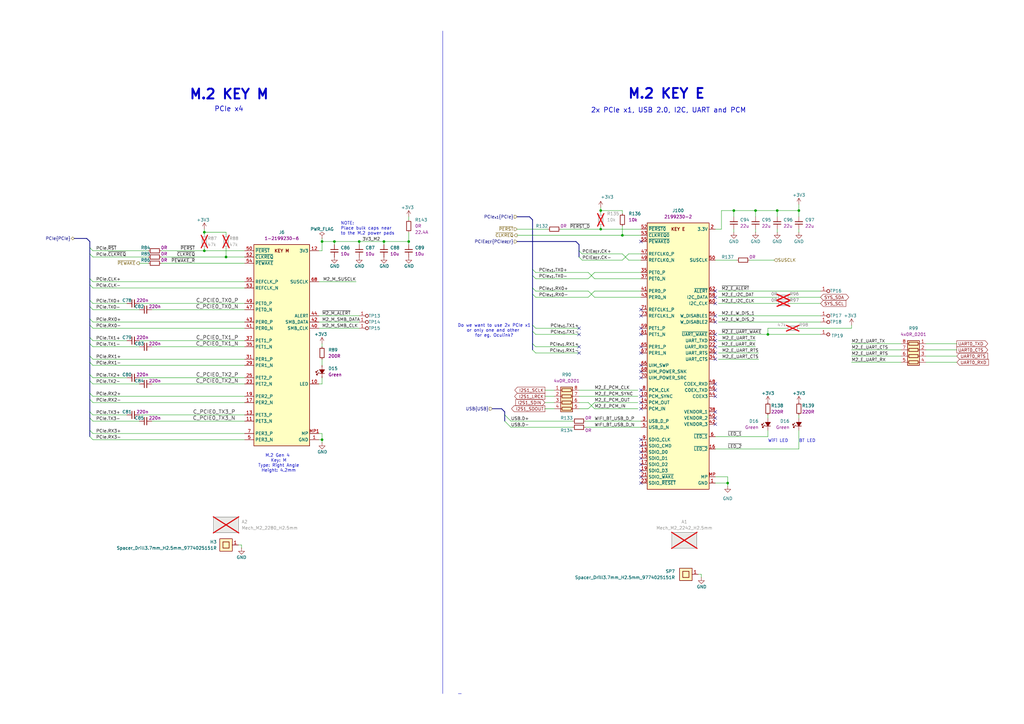
<source format=kicad_sch>
(kicad_sch (version 20250114) (generator "eeschema") (generator_version "9.0")
  (paper "A3")
  (title_block (title "Jetson Orin AGX Baseboard") (date "2025-08-11") (rev "1.0.0") (company "Antmicro Ltd") (comment 1 "www.antmicro.com"))
  (text "M.2 KEY M" (at 77.47 41.148 0) (effects (font (size 4 4) (thickness 0.8) (bold yes)) (justify left bottom)))
  (text "Do we want to use 2x PCIe x1\nor only one and other \nfor eg. Oculink?" (at 202.692 135.636 0) (effects (font (size 1.27 1.27))))
  (text "NOTE:\nPlace bulk caps near \nto the M.2 power pads" (at 139.7 96.52 0) (effects (font (size 1.27 1.27)) (justify left bottom)))
  (text "2x PCIe x1, USB 2.0, I2C, UART and PCM" (at 242.316 46.482 0) (effects (font (size 2 2) (thickness 0.25)) (justify left bottom)))
  (text "M.2 KEY E" (at 257.302 40.894 0) (effects (font (size 4 4) (thickness 0.8) (bold yes)) (justify left bottom)))
  (text "M.2 Gen 4 \nKey: M\nType: Right Angle\nHeight: 4.2mm" (at 114.3 189.992 0) (effects (font (size 1.27 1.27))))
  (text "WiFi LED" (at 314.96 181.61 0) (effects (font (size 1.27 1.27)) (justify left bottom)))
  (text "BT LED" (at 327.66 181.61 0) (effects (font (size 1.27 1.27)) (justify left bottom)))
  (text "PCIe x4" (at 87.884 45.974 0) (effects (font (size 2 2) (thickness 0.25)) (justify left bottom)))
  (junction (at 167.64 99.06))
  (junction (at 83.82 102.87))
  (junction (at 246.38 93.98))
  (junction (at 137.16 99.06))
  (junction (at 157.48 99.06))
  (junction (at 309.88 86.36))
  (junction (at 132.08 99.06))
  (junction (at 246.38 86.36))
  (junction (at 83.82 95.25))
  (junction (at 318.77 86.36))
  (junction (at 314.96 137.16))
  (junction (at 132.08 180.34))
  (junction (at 327.66 86.36))
  (junction (at 300.99 86.36))
  (junction (at 92.71 105.41))
  (junction (at 255.27 96.52))
  (junction (at 147.32 99.06))
  (junction (at 298.45 198.12))
  (no_connect (at 262.89 127))
  (no_connect (at 262.89 142.24))
  (no_connect (at 237.49 134.62))
  (no_connect (at 262.89 152.4))
  (no_connect (at 262.89 137.16))
  (no_connect (at 262.89 195.58))
  (no_connect (at 293.37 160.02))
  (no_connect (at 262.89 144.78))
  (no_connect (at 262.89 134.62))
  (no_connect (at 293.37 173.99))
  (no_connect (at 262.89 99.06))
  (no_connect (at 262.89 154.94))
  (no_connect (at 262.89 129.54))
  (no_connect (at 262.89 180.34))
  (no_connect (at 293.37 129.54))
  (no_connect (at 293.37 119.38))
  (no_connect (at 293.37 171.45))
  (no_connect (at 293.37 162.56))
  (no_connect (at 262.89 198.12))
  (no_connect (at 262.89 193.04))
  (no_connect (at 293.37 132.08))
  (no_connect (at 237.49 142.24))
  (no_connect (at 262.89 160.02))
  (no_connect (at 262.89 187.96))
  (no_connect (at 293.37 121.92))
  (no_connect (at 293.37 168.91))
  (no_connect (at 262.89 167.64))
  (no_connect (at 262.89 182.88))
  (no_connect (at 293.37 137.16))
  (no_connect (at 293.37 157.48))
  (no_connect (at 293.37 144.78))
  (no_connect (at 262.89 185.42))
  (no_connect (at 237.49 144.78))
  (no_connect (at 262.89 165.1))
  (no_connect (at 262.89 149.86))
  (no_connect (at 293.37 142.24))
  (no_connect (at 262.89 190.5))
  (no_connect (at 237.49 137.16))
  (no_connect (at 262.89 162.56))
  (no_connect (at 293.37 139.7))
  (no_connect (at 293.37 124.46))
  (no_connect (at 293.37 147.32))
  (bus_entry (at 36.83 140.97) (size 1.27 1.27))
  (bus_entry (at 36.83 163.83) (size 1.27 1.27))
  (bus_entry (at 36.83 148.59) (size 1.27 1.27))
  (bus_entry (at 36.83 161.29) (size 1.27 1.27))
  (bus_entry (at 36.83 153.67) (size 1.27 1.27))
  (bus_entry (at 218.44 120.65) (size 1.27 1.27))
  (bus_entry (at 36.83 116.84) (size 1.27 1.27))
  (bus_entry (at 36.83 114.3) (size 1.27 1.27))
  (bus_entry (at 218.44 113.03) (size 1.27 1.27))
  (bus_entry (at 36.83 146.05) (size 1.27 1.27))
  (bus_entry (at 218.44 110.49) (size 1.27 1.27))
  (bus_entry (at 36.83 171.45) (size 1.27 1.27))
  (bus_entry (at 36.83 179.07) (size 1.27 1.27))
  (bus_entry (at 36.83 133.35) (size 1.27 1.27))
  (bus_entry (at 238.76 104.14) (size -1.27 -1.27))
  (bus_entry (at 238.76 106.68) (size -1.27 -1.27))
  (bus_entry (at 36.83 130.81) (size 1.27 1.27))
  (bus_entry (at 36.83 104.14) (size 1.27 1.27))
  (bus_entry (at 36.83 123.19) (size 1.27 1.27))
  (bus_entry (at 219.71 144.78) (size -1.27 -1.27))
  (bus_entry (at 207.01 172.72) (size 2.54 2.54))
  (bus_entry (at 219.71 134.62) (size -1.27 -1.27))
  (bus_entry (at 36.83 176.53) (size 1.27 1.27))
  (bus_entry (at 219.71 142.24) (size -1.27 -1.27))
  (bus_entry (at 36.83 138.43) (size 1.27 1.27))
  (bus_entry (at 218.44 118.11) (size 1.27 1.27))
  (bus_entry (at 36.83 168.91) (size 1.27 1.27))
  (bus_entry (at 36.83 101.6) (size 1.27 1.27))
  (bus_entry (at 219.71 137.16) (size -1.27 -1.27))
  (bus_entry (at 36.83 125.73) (size 1.27 1.27))
  (bus_entry (at 207.01 170.18) (size 2.54 2.54))
  (bus_entry (at 36.83 156.21) (size 1.27 1.27))
  (wire (pts (xy 246.38 85.09) (xy 246.38 86.36)))
  (wire (pts (xy 130.81 180.34) (xy 132.08 180.34)))
  (bus (pts (xy 36.83 153.67) (xy 36.83 156.21)))
  (wire (pts (xy 323.85 124.46) (xy 336.55 124.46)))
  (wire (pts (xy 237.49 165.1) (xy 241.3 165.1)))
  (wire (pts (xy 327.66 83.82) (xy 327.66 86.36)))
  (wire (pts (xy 327.66 170.18) (xy 327.66 171.45)))
  (wire (pts (xy 237.49 137.16) (xy 219.71 137.16)))
  (bus (pts (xy 30.48 97.79) (xy 35.56 97.79)))
  (wire (pts (xy 223.52 160.02) (xy 227.33 160.02)))
  (bus (pts (xy 36.83 133.35) (xy 36.83 138.43)))
  (bus (pts (xy 36.83 163.83) (xy 36.83 168.91)))
  (wire (pts (xy 97.79 223.52) (xy 99.06 223.52)))
  (bus (pts (xy 36.83 116.84) (xy 36.83 123.19)))
  (wire (pts (xy 309.88 95.25) (xy 309.88 93.98)))
  (wire (pts (xy 241.3 165.1) (xy 243.84 167.64)))
  (wire (pts (xy 298.45 195.58) (xy 298.45 198.12)))
  (bus (pts (xy 218.44 110.49) (xy 218.44 113.03)))
  (bus (pts (xy 36.83 130.81) (xy 36.83 133.35)))
  (wire (pts (xy 130.81 102.87) (xy 132.08 102.87)))
  (bus (pts (xy 236.22 99.06) (xy 212.09 99.06)))
  (wire (pts (xy 229.87 93.98) (xy 246.38 93.98)))
  (bus (pts (xy 36.83 148.59) (xy 36.83 153.67)))
  (wire (pts (xy 243.84 114.3) (xy 262.89 114.3)))
  (wire (pts (xy 130.81 129.54) (xy 147.32 129.54)))
  (wire (pts (xy 38.1 132.08) (xy 100.33 132.08)))
  (bus (pts (xy 237.49 102.87) (xy 237.49 100.33)))
  (wire (pts (xy 38.1 115.57) (xy 100.33 115.57)))
  (wire (pts (xy 132.08 102.87) (xy 132.08 99.06)))
  (wire (pts (xy 287.655 235.585) (xy 287.655 236.855)))
  (bus (pts (xy 218.44 135.89) (xy 218.44 140.97)))
  (bus (pts (xy 36.83 146.05) (xy 36.83 148.59)))
  (wire (pts (xy 243.84 111.76) (xy 241.3 114.3)))
  (wire (pts (xy 241.3 119.38) (xy 243.84 121.92)))
  (wire (pts (xy 314.96 137.16) (xy 336.55 137.16)))
  (wire (pts (xy 293.37 184.15) (xy 327.66 184.15)))
  (wire (pts (xy 246.38 92.71) (xy 246.38 93.98)))
  (wire (pts (xy 147.32 99.06) (xy 147.32 100.33)))
  (wire (pts (xy 294.64 147.32) (xy 311.15 147.32)))
  (wire (pts (xy 38.1 157.48) (xy 57.15 157.48)))
  (wire (pts (xy 83.82 93.98) (xy 83.82 95.25)))
  (wire (pts (xy 57.15 124.46) (xy 100.33 124.46)))
  (wire (pts (xy 294.64 129.54) (xy 336.55 129.54)))
  (wire (pts (xy 38.1 124.46) (xy 52.07 124.46)))
  (wire (pts (xy 255.27 104.14) (xy 238.76 104.14)))
  (wire (pts (xy 327.66 134.62) (xy 349.25 134.62)))
  (wire (pts (xy 262.89 106.68) (xy 257.81 106.68)))
  (wire (pts (xy 294.64 142.24) (xy 309.88 142.24)))
  (bus (pts (xy 201.93 167.64) (xy 205.74 167.64)))
  (wire (pts (xy 62.23 142.24) (xy 100.33 142.24)))
  (bus (pts (xy 36.83 125.73) (xy 36.83 130.81)))
  (wire (pts (xy 349.25 148.59) (xy 369.57 148.59)))
  (wire (pts (xy 38.1 147.32) (xy 100.33 147.32)))
  (wire (pts (xy 262.89 104.14) (xy 257.81 104.14)))
  (wire (pts (xy 92.71 105.41) (xy 100.33 105.41)))
  (wire (pts (xy 261.62 165.1) (xy 243.84 165.1)))
  (wire (pts (xy 237.49 167.64) (xy 241.3 167.64)))
  (wire (pts (xy 379.73 143.51) (xy 392.43 143.51)))
  (bus (pts (xy 218.44 120.65) (xy 218.44 133.35)))
  (wire (pts (xy 349.25 143.51) (xy 369.57 143.51)))
  (wire (pts (xy 57.15 139.7) (xy 100.33 139.7)))
  (wire (pts (xy 309.88 86.36) (xy 309.88 88.9)))
  (wire (pts (xy 294.64 137.16) (xy 314.96 137.16)))
  (wire (pts (xy 323.85 121.92) (xy 336.55 121.92)))
  (wire (pts (xy 293.37 198.12) (xy 298.45 198.12)))
  (wire (pts (xy 38.1 127) (xy 57.15 127)))
  (bus (pts (xy 36.83 114.3) (xy 36.83 116.84)))
  (wire (pts (xy 167.64 99.06) (xy 157.48 99.06)))
  (wire (pts (xy 237.49 162.56) (xy 261.62 162.56)))
  (bus (pts (xy 217.17 88.9) (xy 218.44 90.17)))
  (wire (pts (xy 38.1 165.1) (xy 100.33 165.1)))
  (wire (pts (xy 219.71 114.3) (xy 241.3 114.3)))
  (polyline (pts (xy 187.96 284.48) (xy 189.23 284.48)))
  (wire (pts (xy 246.38 93.98) (xy 262.89 93.98)))
  (wire (pts (xy 38.1 172.72) (xy 57.15 172.72)))
  (wire (pts (xy 132.08 140.97) (xy 132.08 142.24)))
  (wire (pts (xy 349.25 133.35) (xy 349.25 134.62)))
  (bus (pts (xy 36.83 99.06) (xy 36.83 101.6)))
  (wire (pts (xy 38.1 142.24) (xy 57.15 142.24)))
  (wire (pts (xy 62.23 172.72) (xy 100.33 172.72)))
  (wire (pts (xy 130.81 132.08) (xy 147.32 132.08)))
  (wire (pts (xy 294.64 144.78) (xy 311.15 144.78)))
  (wire (pts (xy 132.08 99.06) (xy 137.16 99.06)))
  (wire (pts (xy 38.1 105.41) (xy 60.96 105.41)))
  (wire (pts (xy 237.49 142.24) (xy 219.71 142.24)))
  (wire (pts (xy 327.66 86.36) (xy 327.66 88.9)))
  (wire (pts (xy 262.89 121.92) (xy 243.84 121.92)))
  (wire (pts (xy 243.84 167.64) (xy 261.62 167.64)))
  (wire (pts (xy 286.385 235.585) (xy 287.655 235.585)))
  (wire (pts (xy 349.25 146.05) (xy 369.57 146.05)))
  (wire (pts (xy 314.96 134.62) (xy 314.96 137.16)))
  (bus (pts (xy 218.44 133.35) (xy 218.44 135.89)))
  (wire (pts (xy 132.08 154.94) (xy 132.08 157.48)))
  (bus (pts (xy 36.83 168.91) (xy 36.83 171.45)))
  (wire (pts (xy 295.91 86.36) (xy 295.91 93.98)))
  (bus (pts (xy 207.01 170.18) (xy 207.01 172.72)))
  (bus (pts (xy 218.44 90.17) (xy 218.44 110.49)))
  (bus (pts (xy 36.83 140.97) (xy 36.83 146.05)))
  (bus (pts (xy 218.44 118.11) (xy 218.44 120.65)))
  (wire (pts (xy 209.55 175.26) (xy 234.95 175.26)))
  (wire (pts (xy 38.1 102.87) (xy 60.96 102.87)))
  (wire (pts (xy 38.1 149.86) (xy 100.33 149.86)))
  (bus (pts (xy 36.83 123.19) (xy 36.83 125.73)))
  (wire (pts (xy 92.71 95.25) (xy 92.71 96.52)))
  (bus (pts (xy 212.09 88.9) (xy 217.17 88.9)))
  (wire (pts (xy 66.04 107.95) (xy 100.33 107.95)))
  (wire (pts (xy 219.71 111.76) (xy 241.3 111.76)))
  (wire (pts (xy 223.52 165.1) (xy 227.33 165.1)))
  (wire (pts (xy 327.66 176.53) (xy 327.66 184.15)))
  (wire (pts (xy 241.3 121.92) (xy 219.71 121.92)))
  (wire (pts (xy 132.08 181.61) (xy 132.08 180.34)))
  (wire (pts (xy 92.71 95.25) (xy 83.82 95.25)))
  (wire (pts (xy 300.99 86.36) (xy 300.99 88.9)))
  (polyline (pts (xy 181.61 12.7) (xy 181.61 284.48)))
  (wire (pts (xy 57.15 154.94) (xy 100.33 154.94)))
  (wire (pts (xy 167.64 95.25) (xy 167.64 99.06)))
  (wire (pts (xy 130.81 134.62) (xy 147.32 134.62)))
  (wire (pts (xy 294.64 132.08) (xy 336.55 132.08)))
  (wire (pts (xy 83.82 101.6) (xy 83.82 102.87)))
  (wire (pts (xy 132.08 177.8) (xy 130.81 177.8)))
  (wire (pts (xy 92.71 101.6) (xy 92.71 105.41)))
  (wire (pts (xy 157.48 99.06) (xy 157.48 100.33)))
  (wire (pts (xy 327.66 95.25) (xy 327.66 93.98)))
  (wire (pts (xy 38.1 154.94) (xy 52.07 154.94)))
  (wire (pts (xy 295.91 93.98) (xy 293.37 93.98)))
  (wire (pts (xy 223.52 162.56) (xy 227.33 162.56)))
  (wire (pts (xy 241.3 111.76) (xy 243.84 114.3)))
  (wire (pts (xy 132.08 180.34) (xy 132.08 177.8)))
  (wire (pts (xy 300.99 86.36) (xy 309.88 86.36)))
  (bus (pts (xy 36.83 156.21) (xy 36.83 161.29)))
  (wire (pts (xy 243.84 111.76) (xy 262.89 111.76)))
  (wire (pts (xy 209.55 172.72) (xy 234.95 172.72)))
  (bus (pts (xy 237.49 105.41) (xy 237.49 102.87)))
  (bus (pts (xy 36.83 101.6) (xy 36.83 104.14)))
  (wire (pts (xy 255.27 96.52) (xy 262.89 96.52)))
  (wire (pts (xy 294.64 121.92) (xy 318.77 121.92)))
  (wire (pts (xy 255.27 106.68) (xy 238.76 106.68)))
  (wire (pts (xy 38.1 134.62) (xy 100.33 134.62)))
  (wire (pts (xy 246.38 86.36) (xy 246.38 87.63)))
  (wire (pts (xy 255.27 104.14) (xy 257.81 106.68)))
  (wire (pts (xy 137.16 99.06) (xy 137.16 100.33)))
  (wire (pts (xy 237.49 160.02) (xy 261.62 160.02)))
  (wire (pts (xy 309.88 86.36) (xy 318.77 86.36)))
  (wire (pts (xy 318.77 95.25) (xy 318.77 93.98)))
  (wire (pts (xy 318.77 86.36) (xy 327.66 86.36)))
  (wire (pts (xy 240.03 172.72) (xy 262.89 172.72)))
  (wire (pts (xy 57.15 107.95) (xy 60.96 107.95)))
  (wire (pts (xy 38.1 139.7) (xy 52.07 139.7)))
  (wire (pts (xy 99.06 223.52) (xy 99.06 224.79)))
  (wire (pts (xy 237.49 144.78) (xy 219.71 144.78)))
  (wire (pts (xy 294.64 124.46) (xy 318.77 124.46)))
  (wire (pts (xy 295.91 86.36) (xy 300.99 86.36)))
  (wire (pts (xy 38.1 162.56) (xy 100.33 162.56)))
  (wire (pts (xy 167.64 88.9) (xy 167.64 90.17)))
  (wire (pts (xy 83.82 102.87) (xy 100.33 102.87)))
  (wire (pts (xy 293.37 106.68) (xy 302.26 106.68)))
  (bus (pts (xy 36.83 161.29) (xy 36.83 163.83)))
  (wire (pts (xy 379.73 148.59) (xy 392.43 148.59)))
  (wire (pts (xy 349.25 140.97) (xy 369.57 140.97)))
  (wire (pts (xy 243.84 119.38) (xy 241.3 121.92)))
  (wire (pts (xy 293.37 195.58) (xy 298.45 195.58)))
  (wire (pts (xy 300.99 95.25) (xy 300.99 93.98)))
  (wire (pts (xy 167.64 99.06) (xy 167.64 100.33)))
  (wire (pts (xy 38.1 180.34) (xy 100.33 180.34)))
  (wire (pts (xy 212.09 96.52) (xy 255.27 96.52)))
  (wire (pts (xy 294.64 119.38) (xy 336.55 119.38)))
  (bus (pts (xy 36.83 104.14) (xy 36.83 114.3)))
  (wire (pts (xy 379.73 140.97) (xy 392.43 140.97)))
  (wire (pts (xy 298.45 198.12) (xy 298.45 199.39)))
  (wire (pts (xy 57.15 170.18) (xy 100.33 170.18)))
  (wire (pts (xy 379.73 146.05) (xy 392.43 146.05)))
  (wire (pts (xy 237.49 134.62) (xy 219.71 134.62)))
  (wire (pts (xy 62.23 127) (xy 100.33 127)))
  (wire (pts (xy 241.3 119.38) (xy 219.71 119.38)))
  (wire (pts (xy 132.08 97.79) (xy 132.08 99.06)))
  (wire (pts (xy 240.03 175.26) (xy 262.89 175.26)))
  (bus (pts (xy 218.44 140.97) (xy 218.44 143.51)))
  (wire (pts (xy 262.89 119.38) (xy 243.84 119.38)))
  (bus (pts (xy 207.01 168.91) (xy 207.01 170.18)))
  (wire (pts (xy 130.81 115.57) (xy 146.05 115.57)))
  (wire (pts (xy 255.27 86.36) (xy 246.38 86.36)))
  (wire (pts (xy 314.96 134.62) (xy 322.58 134.62)))
  (wire (pts (xy 38.1 170.18) (xy 52.07 170.18)))
  (wire (pts (xy 38.1 177.8) (xy 100.33 177.8)))
  (bus (pts (xy 36.83 99.06) (xy 35.56 97.79)))
  (bus (pts (xy 237.49 100.33) (xy 236.22 99.06)))
  (bus (pts (xy 36.83 176.53) (xy 36.83 179.07)))
  (wire (pts (xy 307.34 106.68) (xy 317.5 106.68)))
  (wire (pts (xy 38.1 118.11) (xy 100.33 118.11)))
  (wire (pts (xy 257.81 104.14) (xy 255.27 106.68)))
  (wire (pts (xy 132.08 147.32) (xy 132.08 149.86)))
  (wire (pts (xy 212.09 93.98) (xy 224.79 93.98)))
  (bus (pts (xy 205.74 167.64) (xy 207.01 168.91)))
  (wire (pts (xy 255.27 86.36) (xy 255.27 87.63)))
  (wire (pts (xy 130.81 157.48) (xy 132.08 157.48)))
  (wire (pts (xy 243.84 165.1) (xy 241.3 167.64)))
  (wire (pts (xy 293.37 179.07) (xy 314.96 179.07)))
  (wire (pts (xy 66.04 102.87) (xy 83.82 102.87)))
  (wire (pts (xy 83.82 95.25) (xy 83.82 96.52)))
  (wire (pts (xy 255.27 92.71) (xy 255.27 96.52)))
  (bus (pts (xy 218.44 113.03) (xy 218.44 118.11)))
  (wire (pts (xy 157.48 99.06) (xy 147.32 99.06)))
  (wire (pts (xy 66.04 105.41) (xy 92.71 105.41)))
  (bus (pts (xy 36.83 171.45) (xy 36.83 176.53)))
  (wire (pts (xy 62.23 157.48) (xy 100.33 157.48)))
  (bus (pts (xy 36.83 138.43) (xy 36.83 140.97)))
  (wire (pts (xy 147.32 99.06) (xy 137.16 99.06)))
  (wire (pts (xy 294.64 139.7) (xy 309.88 139.7)))
  (wire (pts (xy 223.52 167.64) (xy 227.33 167.64)))
  (wire (pts (xy 314.96 170.18) (xy 314.96 171.45)))
  (wire (pts (xy 314.96 176.53) (xy 314.96 179.07)))
  (wire (pts (xy 318.77 86.36) (xy 318.77 88.9)))
  (label "M2_M_SMB_CLK" (at 132.08 134.62 0))
  (label "3V3_M2" (at 148.59 99.06 0))
  (label "M2_E_UART_CTS" (at 349.25 143.51 0))
  (label "PCIe.TX1-" (at 39.37 142.24 0))
  (label "M2_E_UART_CTS" (at 311.15 147.32 180))
  (label "PCIe.RX3-" (at 39.37 180.34 0))
  (label "C_PCIE0_TX3_N" (at 96.52 172.72 180) (effects (font (size 1.524 1.524))))
  (label "~{M2_E_ALERT}" (at 295.91 119.38 0))
  (label "~{CLKREQ}" (at 80.01 105.41 180))
  (label "C_PCIE0_TX0_N" (at 97.79 127 180) (effects (font (size 1.524 1.524))))
  (label "PCIe_{x1}.RX1+" (at 237.49 142.24 180))
  (label "~{PERST}" (at 80.01 102.87 180))
  (label "~{LED_2}" (at 298.45 184.15 0))
  (label "PCIe.CLK+" (at 39.37 115.57 0))
  (label "M2_M_SUSCLK" (at 146.05 115.57 180))
  (label "~{PERST_D}" (at 233.68 93.98 0))
  (label "PCIe.RX0-" (at 39.37 134.62 0))
  (label "PCIe.RX1+" (at 39.37 147.32 0))
  (label "PCIe.TX0-" (at 39.37 127 0))
  (label "C_PCIE0_TX1_N" (at 97.79 142.24 180) (effects (font (size 1.524 1.524))))
  (label "PCIe_{x1}.TX0+" (at 220.98 111.76 0))
  (label "PCIe.TX3-" (at 39.37 172.72 0))
  (label "~{M2_E_UART_WAKE}" (at 295.91 137.16 0))
  (label "M2_E_UART_RTS" (at 349.25 146.05 0))
  (label "M2_E_UART_RX" (at 349.25 148.59 0))
  (label "C_PCIE0_TX3_P" (at 96.52 170.18 180) (effects (font (size 1.524 1.524))))
  (label "PCIe.RX0+" (at 39.37 132.08 0))
  (label "M2_E_W_DIS_1" (at 295.91 129.54 0))
  (label "PCIe.TX2-" (at 39.37 157.48 0))
  (label "C_PCIE0_TX2_P" (at 97.79 154.94 180) (effects (font (size 1.524 1.524))))
  (label "PCIe.TX2+" (at 39.37 154.94 0))
  (label "M2_E_I2C_CLK" (at 295.91 124.46 0))
  (label "PCIe.RX1-" (at 39.37 149.86 0))
  (label "M2_E_I2C_DAT" (at 295.91 121.92 0))
  (label "PCIe.~{CLKREQ}" (at 39.37 105.41 0))
  (label "WIFI_BT_USB_D_N" (at 243.84 175.26 0))
  (label "~{PEWAKE_R}" (at 80.01 107.95 180))
  (label "PCIe.~{RST}" (at 39.37 102.87 0))
  (label "PCIe.RX3+" (at 39.37 177.8 0))
  (label "M2_E_UART_TX" (at 309.88 139.7 180))
  (label "~{LED_1}" (at 298.45 179.07 0))
  (label "PCIe_{x1}.TX1-" (at 237.49 137.16 180))
  (label "USB.D-" (at 209.55 175.26 0))
  (label "WIFI_BT_USB_D_P" (at 243.84 172.72 0))
  (label "PCIe_{x1}.RX1-" (at 237.49 144.78 180))
  (label "PCIe_{x1}.TX0-" (at 220.98 114.3 0))
  (label "C_PCIE0_TX2_N" (at 97.79 157.48 180) (effects (font (size 1.524 1.524))))
  (label "C_PCIE0_TX0_P" (at 97.79 124.46 180) (effects (font (size 1.524 1.524))))
  (label "M2_E_PCM_OUT" (at 243.84 165.1 0))
  (label "M2_E_PCM_SYNC" (at 243.84 162.56 0))
  (label "C_PCIE0_TX1_P" (at 97.79 139.7 180) (effects (font (size 1.524 1.524))))
  (label "M2_E_UART_RTS" (at 311.15 144.78 180))
  (label "PCIe.RX2+" (at 39.37 162.56 0))
  (label "M2_E_UART_RX" (at 309.88 142.24 180))
  (label "USB.D+" (at 209.55 172.72 0))
  (label "PCIe.CLK-" (at 39.37 118.11 0))
  (label "PCIe_{x1}.TX1+" (at 237.49 134.62 180))
  (label "PCIE_{REF}.CK-" (at 238.76 106.68 0))
  (label "M2_E_PCM_CLK" (at 243.84 160.02 0))
  (label "M2_E_W_DIS_2" (at 295.91 132.08 0))
  (label "PCIe.TX1+" (at 39.37 139.7 0))
  (label "PCIe_{x1}.RX0-" (at 220.98 121.92 0))
  (label "~{M2_M_ALERT}" (at 132.08 129.54 0))
  (label "PCIe.TX0+" (at 39.37 124.46 0))
  (label "PCIE_{REF}.CK+" (at 238.76 104.14 0))
  (label "M2_E_UART_TX" (at 349.25 140.97 0))
  (label "M2_E_PCM_IN" (at 243.84 167.64 0))
  (label "PCIe.RX2-" (at 39.37 165.1 0))
  (label "PCIe_{x1}.RX0+" (at 220.98 119.38 0))
  (label "PCIe.TX3+" (at 39.37 170.18 0))
  (label "M2_M_SMB_DATA" (at 132.08 132.08 0))
  (global_label "I2S1_SDIN" (shape input) (at 223.52 165.1 180) (property "Intersheetrefs" "${INTERSHEET_REFS}" (effects (hide yes))))
  (global_label "UART0_RTS" (shape input) (at 392.43 146.05 0) (property "Intersheetrefs" "${INTERSHEET_REFS}" (effects (hide yes))))
  (global_label "I2S1_SDOUT" (shape output) (at 223.52 167.64 180) (property "Intersheetrefs" "${INTERSHEET_REFS}" (effects (hide yes))))
  (global_label "I2S1_LRCK" (shape output) (at 223.52 162.56 180) (property "Intersheetrefs" "${INTERSHEET_REFS}" (effects (hide yes))))
  (global_label "SYS_SDA" (shape bidirectional) (at 336.55 121.92 0) (property "Intersheetrefs" "${INTERSHEET_REFS}" (effects (hide yes))))
  (global_label "UART0_TXD" (shape output) (at 392.43 140.97 0) (property "Intersheetrefs" "${INTERSHEET_REFS}" (effects (hide yes))))
  (global_label "UART0_RXD" (shape input) (at 392.43 148.59 0) (property "Intersheetrefs" "${INTERSHEET_REFS}" (effects (hide yes))))
  (global_label "SYS_SCL" (shape input) (at 336.55 124.46 0) (property "Intersheetrefs" "${INTERSHEET_REFS}" (effects (hide yes))))
  (global_label "UART0_CTS" (shape output) (at 392.43 143.51 0) (property "Intersheetrefs" "${INTERSHEET_REFS}" (effects (hide yes))))
  (global_label "I2S1_SCLK" (shape output) (at 223.52 160.02 180) (property "Intersheetrefs" "${INTERSHEET_REFS}" (effects (hide yes))))
  (hierarchical_label "PCIe{PCIe}" (shape bidirectional) (at 30.48 97.79 180))
  (hierarchical_label "~{PERST}" (shape input) (at 212.09 93.98 180))
  (hierarchical_label "~{CLKREQ}" (shape output) (at 212.09 96.52 180))
  (hierarchical_label "~{PEWAKE}" (shape output) (at 57.15 107.95 180))
  (hierarchical_label "PCIE_{REF}{PCIe_{REF}}" (shape input) (at 212.09 99.06 180))
  (hierarchical_label "USB{USB}" (shape input) (at 201.93 167.64 180))
  (hierarchical_label "PCIe_{x1}{PCIe}" (shape input) (at 212.09 88.9 180))
  (hierarchical_label "SUSCLK" (shape input) (at 317.5 106.68 0))
  (symbol (lib_id "antmicropower:GND") (at 327.66 95.25 0) (unit 1)
    (property "Reference" "#PWR0181" (effects (hide yes)))
    (property "Value" "GND" (at 327.66 99.06 0))
    (property "Author" "Antmicro" (effects (hide yes)))
    (property "License" "Apache-2.0" (effects (hide yes)))
  )
  (symbol (lib_name "GND_5") (lib_id "antmicropower:GND") (at 147.32 105.41 0) (unit 1)
    (property "Reference" "#PWR0132" (effects (hide yes)))
    (property "Value" "GND" (at 145.415 109.855 0) (effects (justify left bottom)))
    (property "Author" "Antmicro" (effects (hide yes)))
    (property "License" "Apache-2.0" (effects (hide yes)))
  )
  (symbol (lib_id "antmicroCapacitors0603:C_22u_16V_0603") (at 318.77 93.98 90) (unit 1)
    (property "Reference" "C96" (at 321.31 90.1636 90) (effects (justify right)))
    (property "Value" "C_22u_16V_0603" (effects (hide yes)))
    (property "Footprint" "antmicro-footprints:C_0603_1608Metric" (effects (hide yes)))
    (property "Datasheet" "https://product.samsungsem.com/mlcc/CL10A226MO7JZN.do" (effects (hide yes)))
    (property "MPN" "CL10A226MO7JZNC" (effects (hide yes)))
    (property "Manufacturer" "Samsung Electro-Mechanics" (effects (hide yes)))
    (property "License" "Apache-2.0" (effects (hide yes)))
    (property "Author" "Antmicro" (effects (hide yes)))
    (property "Val" "22u" (at 321.31 92.7036 90) (effects (justify right)))
    (property "Voltage" "16V" (effects (hide yes)))
    (property "Public" "False" (effects (hide yes)))
  )
  (symbol (lib_id "antmicroResistors0402:R_220R_0402") (at 314.96 170.18 90) (unit 1)
    (property "Reference" "R138" (at 316.23 166.37 90) (effects (justify right)))
    (property "Value" "R_220R_0402" (effects (hide yes)))
    (property "Footprint" "antmicro-footprints:R_0402_1005Metric" (effects (hide yes)))
    (property "Datasheet" "https://www.bourns.com/docs/product-datasheets/cr.pdf" (effects (hide yes)))
    (property "MPN" "CR0402-FX-2200GLF" (effects (hide yes)))
    (property "Manufacturer" "Bourns" (effects (hide yes)))
    (property "License" "Apache-2.0" (effects (hide yes)))
    (property "Val" "220R" (at 316.23 168.91 90) (effects (justify right)))
    (property "Tolerance" "1%" (effects (hide yes)))
    (property "Author" "Antmicro" (effects (hide yes)))
    (property "Public" "False" (effects (hide yes)))
  )
  (symbol (lib_id "antmicroPciConnectors:Bus_M.2_2199230-2") (at 262.89 93.98 0) (unit 1)
    (property "Reference" "J100" (at 278.13 86.36 0))
    (property "Value" "Bus_M.2_2199230-2" (effects (hide yes)))
    (property "Footprint" "antmicro-footprints:Bus_M.2_Socket_Key_E_TE_2199230-6" (effects (hide yes)))
    (property "Datasheet" "https://eu.mouser.com/datasheet/2/418/9/ENG_DS_1_1773702_1NGFFQRG_EN_0214_1_1773702_1NGFF_-3328593.pdf" (effects (hide yes)))
    (property "MPN" "2199230-2" (at 278.13 88.9 0))
    (property "Manufacturer" "TE Connectivity" (effects (hide yes)))
    (property "Author" "Antmicro" (effects (hide yes)))
    (property "License" "Apache-2.0" (effects (hide yes)))
  )
  (symbol (lib_id "antmicroCapacitors0402:C_220n_6V3_X7R_0402") (at 57.15 127 0) (unit 1)
    (property "Reference" "C82" (at 57.15 125.73 0))
    (property "Value" "C_220n_6V3_X7R_0402" (effects (hide yes)))
    (property "Footprint" "antmicro-footprints:C_0402_1005Metric" (effects (hide yes)))
    (property "Datasheet" "https://www.kemet.com/en/us/capacitors/product/C0402C224M9RACTU.html" (effects (hide yes)))
    (property "Description" "SMD Multilayer Ceramic Capacitor, 220nF, 6.3V, 0402, ±20%, X7R" (effects (hide yes)))
    (property "MPN" "C0402C224M9RACTU" (effects (hide yes)))
    (property "Val" "220n" (at 63.5 125.73 0))
    (property "Voltage" "6.3V" (effects (hide yes)))
    (property "Dielectric" "X7R" (effects (hide yes)))
    (property "Manufacturer" "KEMET" (effects (hide yes)))
    (property "License" "Apache-2.0" (effects (hide yes)))
    (property "Author" "Antmicro" (effects (hide yes)))
  )
  (symbol (lib_id "antmicroResistors0402:R_220R_0402") (at 327.66 170.18 90) (unit 1)
    (property "Reference" "R139" (at 328.93 166.37 90) (effects (justify right)))
    (property "Value" "R_220R_0402" (effects (hide yes)))
    (property "Footprint" "antmicro-footprints:R_0402_1005Metric" (effects (hide yes)))
    (property "Datasheet" "https://www.bourns.com/docs/product-datasheets/cr.pdf" (effects (hide yes)))
    (property "MPN" "CR0402-FX-2200GLF" (effects (hide yes)))
    (property "Manufacturer" "Bourns" (effects (hide yes)))
    (property "License" "Apache-2.0" (effects (hide yes)))
    (property "Val" "220R" (at 328.93 168.91 90) (effects (justify right)))
    (property "Tolerance" "1%" (effects (hide yes)))
    (property "Author" "Antmicro" (effects (hide yes)))
    (property "Public" "False" (effects (hide yes)))
  )
  (symbol (lib_id "antmicroCapacitors0603:C_22u_16V_0603") (at 327.66 93.98 90) (unit 1)
    (property "Reference" "C97" (at 330.2 90.1636 90) (effects (justify right)))
    (property "Value" "C_22u_16V_0603" (effects (hide yes)))
    (property "Footprint" "antmicro-footprints:C_0603_1608Metric" (effects (hide yes)))
    (property "Datasheet" "https://product.samsungsem.com/mlcc/CL10A226MO7JZN.do" (effects (hide yes)))
    (property "MPN" "CL10A226MO7JZNC" (effects (hide yes)))
    (property "Manufacturer" "Samsung Electro-Mechanics" (effects (hide yes)))
    (property "License" "Apache-2.0" (effects (hide yes)))
    (property "Author" "Antmicro" (effects (hide yes)))
    (property "Val" "22u" (at 330.2 92.7036 90) (effects (justify right)))
    (property "Voltage" "16V" (effects (hide yes)))
    (property "Public" "False" (effects (hide yes)))
  )
  (symbol (lib_id "antmicropower:GND") (at 318.77 95.25 0) (unit 1)
    (property "Reference" "#PWR0179" (effects (hide yes)))
    (property "Value" "GND" (at 318.77 99.06 0))
    (property "Author" "Antmicro" (effects (hide yes)))
    (property "License" "Apache-2.0" (effects (hide yes)))
  )
  (symbol (lib_name "R_200R_0402_1") (lib_id "antmicroResistors0402:R_200R_0402") (at 132.08 147.32 90) (unit 1)
    (property "Reference" "R89" (at 134.62 143.51 90) (effects (justify right)))
    (property "Value" "R_200R_0402" (effects (hide yes)))
    (property "Footprint" "antmicro-footprints:R_0402_1005Metric" (effects (hide yes)))
    (property "Datasheet" "https://www.bourns.com/docs/product-datasheets/cr.pdf" (effects (hide yes)))
    (property "Manufacturer" "Bourns" (effects (hide yes)))
    (property "MPN" "CR0402-FX-2000GLF" (effects (hide yes)))
    (property "Val" "200R" (at 134.62 146.05 90) (effects (justify right)))
    (property "License" "Apache-2.0" (effects (hide yes)))
    (property "Author" "Antmicro" (effects (hide yes)))
    (property "Tolerance" "1%" (effects (hide yes)))
  )
  (symbol (lib_id "antmicroPciConnectors:Bus_M.2_1-2199230-6") (at 100.33 102.87 0) (unit 1)
    (property "Reference" "J6" (at 115.57 95.25 0))
    (property "Value" "Bus_M.2_1-2199230-6" (effects (hide yes)))
    (property "Footprint" "antmicro-footprints:Bus_M.2_Socket_Key_M_TE_1-2199230-6" (effects (hide yes)))
    (property "Datasheet" "https://www.te.com/commerce/DocumentDelivery/DDEController?Action=srchrtrv&DocNm=2199230&DocType=Customer+Drawing&DocLang=English" (effects (hide yes)))
    (property "Manufacturer" "TE Connectivity" (effects (hide yes)))
    (property "MPN" "1-2199230-6" (at 115.57 97.79 0))
    (property "Author" "Antmicro" (effects (hide yes)))
    (property "License" "Apache-2.0" (effects (hide yes)))
  )
  (symbol (lib_name "GND_4") (lib_id "antmicropower:GND") (at 132.08 181.61 0) (unit 1)
    (property "Reference" "#PWR0130" (effects (hide yes)))
    (property "Value" "GND" (at 130.175 186.055 0) (effects (justify left bottom)))
    (property "Author" "Antmicro" (effects (hide yes)))
    (property "License" "Apache-2.0" (effects (hide yes)))
  )
  (symbol (lib_name "R_47k_0402_2") (lib_id "antmicroResistors0402:R_47k_0402") (at 83.82 96.52 90) (mirror x) (unit 1) (in_bom no) (dnp yes)
    (property "Reference" "R87" (at 85.09 97.79 90) (effects (justify right)))
    (property "Value" "R_47k_0402" (effects (hide yes)))
    (property "Footprint" "antmicro-footprints:R_0402_1005Metric" (effects (hide yes)))
    (property "Datasheet" "https://www.bourns.com/docs/product-datasheets/cr.pdf" (effects (hide yes)))
    (property "Manufacturer" "Bourns" (effects (hide yes)))
    (property "MPN" "CR0402-FX-4702GLF" (effects (hide yes)))
    (property "Val" "47k" (at 85.09 100.33 90) (effects (justify right)))
    (property "License" "Apache-2.0" (effects (hide yes)))
    (property "Author" "Antmicro" (effects (hide yes)))
    (property "Tolerance" "1%" (effects (hide yes)))
  )
  (symbol (lib_name "TP_0.75mm_SMD_3") (lib_id "antmicroTestPoints:TP_0.75mm_SMD") (at 147.32 134.62 0) (unit 1) (in_bom no)
    (property "Reference" "TP15" (at 151.13 134.62 0) (effects (justify left)))
    (property "Value" "TP_0.75mm_SMD" (effects (hide yes)))
    (property "Footprint" "antmicro-footprints:TP_SMD_0.75mm" (effects (hide yes)))
    (property "Author" "Antmicro" (effects (hide yes)))
    (property "License" "Apache-2.0" (effects (hide yes)))
  )
  (symbol (lib_id "antmicropower:GND") (at 99.06 224.79 0) (unit 1)
    (property "Reference" "#PWR0126" (effects (hide yes)))
    (property "Value" "GND" (at 99.06 228.6 0))
    (property "Author" "Antmicro" (effects (hide yes)))
    (property "License" "Apache-2.0" (effects (hide yes)))
  )
  (symbol (lib_id "antmicroCapacitors0402:C_220n_6V3_X7R_0402") (at 57.15 157.48 0) (unit 1)
    (property "Reference" "C84" (at 57.15 156.21 0))
    (property "Value" "C_220n_6V3_X7R_0402" (effects (hide yes)))
    (property "Footprint" "antmicro-footprints:C_0402_1005Metric" (effects (hide yes)))
    (property "Datasheet" "https://www.kemet.com/en/us/capacitors/product/C0402C224M9RACTU.html" (effects (hide yes)))
    (property "Description" "SMD Multilayer Ceramic Capacitor, 220nF, 6.3V, 0402, ±20%, X7R" (effects (hide yes)))
    (property "MPN" "C0402C224M9RACTU" (effects (hide yes)))
    (property "Val" "220n" (at 63.5 156.21 0))
    (property "Voltage" "6.3V" (effects (hide yes)))
    (property "Dielectric" "X7R" (effects (hide yes)))
    (property "Manufacturer" "KEMET" (effects (hide yes)))
    (property "License" "Apache-2.0" (effects (hide yes)))
    (property "Author" "Antmicro" (effects (hide yes)))
  )
  (symbol (lib_id "antmicroResistors0402:R_0R_0402") (at 318.77 121.92 0) (unit 1) (in_bom no) (dnp yes)
    (property "Reference" "R96" (at 323.85 121.285 0) (effects (justify left bottom)))
    (property "Value" "R_0R_0402" (effects (hide yes)))
    (property "Footprint" "antmicro-footprints:R_0402_1005Metric" (effects (hide yes)))
    (property "Datasheet" "https://industrial.panasonic.com/cdbs/www-data/pdf/RDA0000/AOA0000C301.pdf" (effects (hide yes)))
    (property "Manufacturer" "Panasonic" (effects (hide yes)))
    (property "MPN" "ERJ2GE0R00X" (effects (hide yes)))
    (property "Val" "0R" (at 316.23 121.285 0) (effects (justify left bottom)))
    (property "License" "Apache-2.0" (effects (hide yes)))
    (property "Author" "Antmicro" (effects (hide yes)))
    (property "Current" "1A" (effects (hide yes)))
  )
  (symbol (lib_name "TP_0.75mm_SMD_2") (lib_id "antmicroTestPoints:TP_0.75mm_SMD") (at 147.32 132.08 0) (unit 1) (in_bom no)
    (property "Reference" "TP14" (at 151.13 132.08 0) (effects (justify left)))
    (property "Value" "TP_0.75mm_SMD" (effects (hide yes)))
    (property "Footprint" "antmicro-footprints:TP_SMD_0.75mm" (effects (hide yes)))
    (property "Author" "Antmicro" (effects (hide yes)))
    (property "License" "Apache-2.0" (effects (hide yes)))
  )
  (symbol (lib_id "antmicroCapacitors0402:C_220n_6V3_X7R_0402") (at 57.15 172.72 0) (unit 1)
    (property "Reference" "C85" (at 57.15 171.45 0))
    (property "Value" "C_220n_6V3_X7R_0402" (effects (hide yes)))
    (property "Footprint" "antmicro-footprints:C_0402_1005Metric" (effects (hide yes)))
    (property "Datasheet" "https://www.kemet.com/en/us/capacitors/product/C0402C224M9RACTU.html" (effects (hide yes)))
    (property "Description" "SMD Multilayer Ceramic Capacitor, 220nF, 6.3V, 0402, ±20%, X7R" (effects (hide yes)))
    (property "MPN" "C0402C224M9RACTU" (effects (hide yes)))
    (property "Val" "220n" (at 63.5 171.45 0))
    (property "Voltage" "6.3V" (effects (hide yes)))
    (property "Dielectric" "X7R" (effects (hide yes)))
    (property "Manufacturer" "KEMET" (effects (hide yes)))
    (property "License" "Apache-2.0" (effects (hide yes)))
    (property "Author" "Antmicro" (effects (hide yes)))
  )
  (symbol (lib_id "antmicroTestPoints:TP_0.75mm_SMD") (at 336.55 132.08 0) (unit 1) (in_bom no)
    (property "Reference" "TP18" (at 340.36 132.715 0) (effects (justify left bottom)))
    (property "Value" "TP_0.75mm_SMD" (effects (hide yes)))
    (property "Footprint" "antmicro-footprints:TP_SMD_0.75mm" (effects (hide yes)))
    (property "Author" "Antmicro" (effects (hide yes)))
    (property "License" "Apache-2.0" (effects (hide yes)))
  )
  (symbol (lib_id "antmicroMechanicalParts:Spacer_Drill3.7mm_H2.5mm_9774025151R") (at 286.385 235.585 180) (unit 1)
    (property "Reference" "SP7" (at 276.86 234.315 0) (effects (justify left)))
    (property "Value" "Spacer_Drill3.7mm_H2.5mm_9774025151R" (at 276.86 236.855 0) (effects (justify left)))
    (property "Footprint" "antmicro-footprints:Spacer_Drill3.7mm_H2.5mm_9774025151R" (effects (hide yes)))
    (property "Datasheet" "https://www.we-online.com/components/products/datasheet/9774025151R.pdf" (effects (hide yes)))
    (property "Manufacturer" "Würth Elektronik" (effects (hide yes)))
    (property "MPN" "9774025151R" (effects (hide yes)))
    (property "Author" "Antmicro" (effects (hide yes)))
    (property "License" "Apache-2.0" (effects (hide yes)))
  )
  (symbol (lib_id "antmicroMechanicalParts:Spacer_Drill3.7mm_H2.5mm_9774025151R") (at 97.79 223.52 0) (mirror y) (unit 1)
    (property "Reference" "H3" (at 88.9 222.25 0) (effects (justify left)))
    (property "Value" "Spacer_Drill3.7mm_H2.5mm_9774025151R" (at 88.9 224.79 0) (effects (justify left)))
    (property "Footprint" "antmicro-footprints:Spacer_Drill3.7mm_H2.5mm_9774025151R" (effects (hide yes)))
    (property "Datasheet" "https://www.we-online.com/components/products/datasheet/9774025151R.pdf" (effects (hide yes)))
    (property "Description" "Spacer, SMT, Non Stop, Steel, Swage Round, 5.1 mm x 2.5 mm, M2.5 Thread, WA-SMSI Series" (effects (hide yes)))
    (property "Manufacturer" "Würth Elektronik" (effects (hide yes)))
    (property "MPN" "9774025151R" (effects (hide yes)))
    (property "Author" "Antmicro" (effects (hide yes)))
    (property "License" "Apache-2.0" (effects (hide yes)))
  )
  (symbol (lib_name "TP_0.75mm_SMD_1") (lib_id "antmicroTestPoints:TP_0.75mm_SMD") (at 147.32 129.54 0) (unit 1) (in_bom no)
    (property "Reference" "TP13" (at 151.13 129.54 0) (effects (justify left)))
    (property "Value" "TP_0.75mm_SMD" (effects (hide yes)))
    (property "Footprint" "antmicro-footprints:TP_SMD_0.75mm" (effects (hide yes)))
    (property "Author" "Antmicro" (effects (hide yes)))
    (property "License" "Apache-2.0" (effects (hide yes)))
  )
  (symbol (lib_id "antmicroCapacitors0402:C_220n_6V3_X7R_0402") (at 52.07 170.18 0) (unit 1)
    (property "Reference" "C81" (at 52.07 168.91 0))
    (property "Value" "C_220n_6V3_X7R_0402" (effects (hide yes)))
    (property "Footprint" "antmicro-footprints:C_0402_1005Metric" (effects (hide yes)))
    (property "Datasheet" "https://www.kemet.com/en/us/capacitors/product/C0402C224M9RACTU.html" (effects (hide yes)))
    (property "Description" "SMD Multilayer Ceramic Capacitor, 220nF, 6.3V, 0402, ±20%, X7R" (effects (hide yes)))
    (property "MPN" "C0402C224M9RACTU" (effects (hide yes)))
    (property "Val" "220n" (at 58.42 168.91 0))
    (property "Voltage" "6.3V" (effects (hide yes)))
    (property "Dielectric" "X7R" (effects (hide yes)))
    (property "Manufacturer" "KEMET" (effects (hide yes)))
    (property "License" "Apache-2.0" (effects (hide yes)))
    (property "Author" "Antmicro" (effects (hide yes)))
  )
  (symbol (lib_id "antmicroResistors0402:R_0R_0402") (at 234.95 172.72 0) (unit 1)
    (property "Reference" "R133" (at 232.41 171.45 0))
    (property "Value" "R_0R_0402" (effects (hide yes)))
    (property "Footprint" "antmicro-footprints:R_0402_1005Metric" (effects (hide yes)))
    (property "Datasheet" "https://industrial.panasonic.com/cdbs/www-data/pdf/RDA0000/AOA0000C301.pdf" (effects (hide yes)))
    (property "MPN" "ERJ2GE0R00X" (effects (hide yes)))
    (property "Manufacturer" "Panasonic" (effects (hide yes)))
    (property "License" "Apache-2.0" (effects (hide yes)))
    (property "Val" "0R" (at 241.3 171.45 0))
    (property "Current" "1A" (effects (hide yes)))
    (property "Author" "Antmicro" (effects (hide yes)))
    (property "Public" "False" (effects (hide yes)))
  )
  (symbol (lib_id "antmicropower:+3V3") (at 314.96 165.1 0) (unit 1)
    (property "Reference" "#PWR0178" (effects (hide yes)))
    (property "Value" "+3V3" (at 314.96 161.29 0))
    (property "Author" "Antmicro" (effects (hide yes)))
    (property "License" "Apache-2.0" (effects (hide yes)))
  )
  (symbol (lib_id "antmicropower:GND") (at 298.45 199.39 0) (unit 1)
    (property "Reference" "#PWR0175" (effects (hide yes)))
    (property "Value" "GND" (at 298.45 204.47 0))
    (property "Author" "Antmicro" (effects (hide yes)))
    (property "License" "Apache-2.0" (effects (hide yes)))
  )
  (symbol (lib_id "antmicroResistors0402:R_0R_0402") (at 318.77 124.46 0) (unit 1) (in_bom no) (dnp yes)
    (property "Reference" "R97" (at 323.85 123.825 0) (effects (justify left bottom)))
    (property "Value" "R_0R_0402" (effects (hide yes)))
    (property "Footprint" "antmicro-footprints:R_0402_1005Metric" (effects (hide yes)))
    (property "Datasheet" "https://industrial.panasonic.com/cdbs/www-data/pdf/RDA0000/AOA0000C301.pdf" (effects (hide yes)))
    (property "Manufacturer" "Panasonic" (effects (hide yes)))
    (property "MPN" "ERJ2GE0R00X" (effects (hide yes)))
    (property "Val" "0R" (at 316.23 123.825 0) (effects (justify left bottom)))
    (property "License" "Apache-2.0" (effects (hide yes)))
    (property "Author" "Antmicro" (effects (hide yes)))
    (property "Current" "1A" (effects (hide yes)))
  )
  (symbol (lib_id "antmicroLEDIndicationDiscrete:LED_G_0603_LTST-C190GKT") (at 327.66 176.53 90) (unit 1)
    (property "Reference" "D16" (at 323.85 172.72 90) (effects (justify left)))
    (property "Value" "LED_G_0603_LTST-C190GKT" (effects (hide yes)))
    (property "Footprint" "antmicro-footprints:LED_0603_1608Metric_G" (effects (hide yes)))
    (property "Datasheet" "https://media.digikey.com/pdf/Data%20Sheets/Lite-On%20PDFs/LTST-C190GKT.pdf" (effects (hide yes)))
    (property "MPN" "LTST-C190GKT" (effects (hide yes)))
    (property "Manufacturer" "Lite-On" (effects (hide yes)))
    (property "Author" "Antmicro" (effects (hide yes)))
    (property "License" "Apache-2.0" (effects (hide yes)))
    (property "Public" "False" (effects (hide yes)))
    (property "Color" "Green" (at 323.85 175.26 90) (effects (justify left)))
  )
  (symbol (lib_id "antmicroCapacitors0402:C_220n_6V3_X7R_0402") (at 52.07 139.7 0) (unit 1)
    (property "Reference" "C79" (at 52.07 138.43 0))
    (property "Value" "C_220n_6V3_X7R_0402" (effects (hide yes)))
    (property "Footprint" "antmicro-footprints:C_0402_1005Metric" (effects (hide yes)))
    (property "Datasheet" "https://www.kemet.com/en/us/capacitors/product/C0402C224M9RACTU.html" (effects (hide yes)))
    (property "Description" "SMD Multilayer Ceramic Capacitor, 220nF, 6.3V, 0402, ±20%, X7R" (effects (hide yes)))
    (property "MPN" "C0402C224M9RACTU" (effects (hide yes)))
    (property "Val" "220n" (at 58.42 138.43 0))
    (property "Voltage" "6.3V" (effects (hide yes)))
    (property "Dielectric" "X7R" (effects (hide yes)))
    (property "Manufacturer" "KEMET" (effects (hide yes)))
    (property "License" "Apache-2.0" (effects (hide yes)))
    (property "Author" "Antmicro" (effects (hide yes)))
  )
  (symbol (lib_id "antmicropower:GND") (at 300.99 95.25 0) (unit 1)
    (property "Reference" "#PWR0176" (effects (hide yes)))
    (property "Value" "GND" (at 300.99 99.06 0))
    (property "Author" "Antmicro" (effects (hide yes)))
    (property "License" "Apache-2.0" (effects (hide yes)))
  )
  (symbol (lib_name "C_10u_0603_1") (lib_id "antmicroCapacitors0603:C_10u_0603") (at 167.64 100.33 90) (mirror x) (unit 1)
    (property "Reference" "C89" (at 170.18 101.6063 90) (effects (justify right)))
    (property "Value" "C_10u_0603" (effects (hide yes)))
    (property "Footprint" "antmicro-footprints:C_0603_1608Metric" (effects (hide yes)))
    (property "Datasheet" "https://www.murata.com/products/productdetail?partno=GRM188R61A106KE69%23" (effects (hide yes)))
    (property "Manufacturer" "Murata" (effects (hide yes)))
    (property "MPN" "GRM188R61A106KE69D" (effects (hide yes)))
    (property "Val" "10u" (at 170.18 104.1463 90) (effects (justify right)))
    (property "License" "Apache-2.0" (effects (hide yes)))
    (property "Author" "Antmicro" (effects (hide yes)))
    (property "Dielectric" "template_dielectric" (effects (hide yes)))
  )
  (symbol (lib_id "antmicroTestPoints:TP_0.75mm_SMD") (at 336.55 129.54 0) (unit 1) (in_bom no)
    (property "Reference" "TP17" (at 340.36 130.175 0) (effects (justify left bottom)))
    (property "Value" "TP_0.75mm_SMD" (effects (hide yes)))
    (property "Footprint" "antmicro-footprints:TP_SMD_0.75mm" (effects (hide yes)))
    (property "Author" "Antmicro" (effects (hide yes)))
    (property "License" "Apache-2.0" (effects (hide yes)))
  )
  (symbol (lib_id "antmicropower:+3V3") (at 246.38 85.09 0) (unit 1)
    (property "Reference" "#PWR0174" (effects (hide yes)))
    (property "Value" "+3V3" (at 246.38 81.534 0) (effects (justify left bottom)))
    (property "Author" "Antmicro" (effects (hide yes)))
    (property "License" "Apache-2.0" (effects (hide yes)))
  )
  (symbol (lib_id "antmicroResistorNetworksArrays:R_4x0R_0201_array") (at 379.73 140.97 0) (mirror y) (unit 1)
    (property "Reference" "R99" (at 374.65 134.62 0))
    (property "Value" "R_4x0R_0201_array" (effects (hide yes)))
    (property "Footprint" "antmicro-footprints:R_Array_4x0201_Panasonic_EXB18V" (effects (hide yes)))
    (property "Datasheet" "http://industrial.panasonic.com/cdbs/www-data/pdf/AOC0000/AOC0000C14.pdf" (effects (hide yes)))
    (property "MPN" "EXB-18VR000X" (effects (hide yes)))
    (property "Manufacturer" "Panasonic" (effects (hide yes)))
    (property "Val" "4x0R_0201" (at 374.65 137.16 0))
    (property "Author" "Antmicro" (effects (hide yes)))
    (property "License" "Apache-2.0" (effects (hide yes)))
  )
  (symbol (lib_id "antmicropower:+3V3") (at 327.66 165.1 0) (unit 1)
    (property "Reference" "#PWR0182" (effects (hide yes)))
    (property "Value" "+3V3" (at 327.66 161.29 0))
    (property "Author" "Antmicro" (effects (hide yes)))
    (property "License" "Apache-2.0" (effects (hide yes)))
  )
  (symbol (lib_name "+3V3_4") (lib_id "antmicropower:+3V3") (at 132.08 140.97 0) (unit 1)
    (property "Reference" "#PWR0319" (effects (hide yes)))
    (property "Value" "+3V3" (at 128.905 137.795 0) (effects (justify left bottom)))
    (property "Author" "Antmicro" (effects (hide yes)))
    (property "License" "Apache-2.0" (effects (hide yes)))
  )
  (symbol (lib_id "antmicroResistors0402:R_47k_0402") (at 322.58 134.62 0) (unit 1) (in_bom no) (dnp yes)
    (property "Reference" "R98" (at 327.66 133.985 0) (effects (justify left bottom)))
    (property "Value" "R_47k_0402" (effects (hide yes)))
    (property "Footprint" "antmicro-footprints:R_0402_1005Metric" (effects (hide yes)))
    (property "Datasheet" "https://www.bourns.com/docs/product-datasheets/cr.pdf" (effects (hide yes)))
    (property "Manufacturer" "Bourns" (effects (hide yes)))
    (property "MPN" "CR0402-FX-4702GLF" (effects (hide yes)))
    (property "Val" "47k" (at 318.77 133.985 0) (effects (justify left bottom)))
    (property "License" "Apache-2.0" (effects (hide yes)))
    (property "Author" "Antmicro" (effects (hide yes)))
    (property "Tolerance" "1%" (effects (hide yes)))
  )
  (symbol (lib_name "GND_7") (lib_id "antmicropower:GND") (at 137.16 105.41 0) (unit 1)
    (property "Reference" "#PWR0131" (effects (hide yes)))
    (property "Value" "GND" (at 135.255 109.855 0) (effects (justify left bottom)))
    (property "Author" "Antmicro" (effects (hide yes)))
    (property "License" "Apache-2.0" (effects (hide yes)))
  )
  (symbol (lib_id "antmicroResistors0402:R_0R_0402") (at 60.96 107.95 0) (unit 1)
    (property "Reference" "R86" (at 59.69 106.68 0))
    (property "Value" "R_0R_0402" (effects (hide yes)))
    (property "Footprint" "antmicro-footprints:R_0402_1005Metric" (effects (hide yes)))
    (property "Datasheet" "https://industrial.panasonic.com/cdbs/www-data/pdf/RDA0000/AOA0000C301.pdf" (effects (hide yes)))
    (property "Description" "SMD Chip Resistor, Jumper, 0 ohm, 100 mW, 0402 [1005 Metric], Thick Film, General Purpose" (effects (hide yes)))
    (property "MPN" "ERJ2GE0R00X" (effects (hide yes)))
    (property "Manufacturer" "Panasonic" (effects (hide yes)))
    (property "License" "Apache-2.0" (effects (hide yes)))
    (property "Author" "Antmicro" (effects (hide yes)))
    (property "Val" "0R" (at 67.31 106.68 0))
    (property "Current" "1A" (effects (hide yes)))
  )
  (symbol (lib_id "antmicroModules:Mech_M2_2280_H2.5mm") (at 87.63 212.09 0) (unit 1) (in_bom no) (dnp yes)
    (property "Reference" "A2" (at 99.06 213.995 0) (effects (justify left)))
    (property "Value" "Mech_M2_2280_H2.5mm" (at 99.06 216.535 0) (effects (justify left)))
    (property "Footprint" "antmicro-footprints:Mech_M2_2280_H2.5mm" (effects (hide yes)))
    (property "Description" "Mechanical model for M2 2280 2.5mm module" (effects (hide yes)))
    (property "Author" "Antmicro" (effects (hide yes)))
    (property "License" "Apache-2.0" (effects (hide yes)))
  )
  (symbol (lib_name "LED_G_0603_LTST-C190GKT_1") (lib_id "antmicroLEDIndicationDiscrete:LED_G_0603_LTST-C190GKT") (at 132.08 154.94 90) (unit 1)
    (property "Reference" "D15" (at 134.62 151.13 90) (effects (justify right)))
    (property "Value" "LED_G_0603_LTST-C190GKT" (effects (hide yes)))
    (property "Footprint" "antmicro-footprints:LED_0603_1608Metric_G" (effects (hide yes)))
    (property "Datasheet" "https://media.digikey.com/pdf/Data%20Sheets/Lite-On%20PDFs/LTST-C190GKT.pdf" (effects (hide yes)))
    (property "MPN" "LTST-C190GKT" (effects (hide yes)))
    (property "Manufacturer" "Lite-On" (effects (hide yes)))
    (property "Author" "Antmicro" (effects (hide yes)))
    (property "License" "Apache-2.0" (effects (hide yes)))
    (property "Color" "Green" (at 134.62 153.67 90) (effects (justify right)))
  )
  (symbol (lib_id "antmicroResistors0402:R_0R_0402") (at 60.96 102.87 0) (unit 1)
    (property "Reference" "R84" (at 59.69 101.6 0))
    (property "Value" "R_0R_0402" (effects (hide yes)))
    (property "Footprint" "antmicro-footprints:R_0402_1005Metric" (effects (hide yes)))
    (property "Datasheet" "https://industrial.panasonic.com/cdbs/www-data/pdf/RDA0000/AOA0000C301.pdf" (effects (hide yes)))
    (property "Description" "SMD Chip Resistor, Jumper, 0 ohm, 100 mW, 0402 [1005 Metric], Thick Film, General Purpose" (effects (hide yes)))
    (property "MPN" "ERJ2GE0R00X" (effects (hide yes)))
    (property "Manufacturer" "Panasonic" (effects (hide yes)))
    (property "License" "Apache-2.0" (effects (hide yes)))
    (property "Author" "Antmicro" (effects (hide yes)))
    (property "Val" "0R" (at 67.31 101.6 0))
    (property "Current" "1A" (effects (hide yes)))
  )
  (symbol (lib_name "C_10u_0603_3") (lib_id "antmicroCapacitors0603:C_10u_0603") (at 147.32 100.33 90) (mirror x) (unit 1)
    (property "Reference" "C87" (at 149.86 101.6063 90) (effects (justify right)))
    (property "Value" "C_10u_0603" (effects (hide yes)))
    (property "Footprint" "antmicro-footprints:C_0603_1608Metric" (effects (hide yes)))
    (property "Datasheet" "https://www.murata.com/products/productdetail?partno=GRM188R61A106KE69%23" (effects (hide yes)))
    (property "Manufacturer" "Murata" (effects (hide yes)))
    (property "MPN" "GRM188R61A106KE69D" (effects (hide yes)))
    (property "Val" "10u" (at 149.86 104.1463 90) (effects (justify right)))
    (property "License" "Apache-2.0" (effects (hide yes)))
    (property "Author" "Antmicro" (effects (hide yes)))
    (property "Dielectric" "template_dielectric" (effects (hide yes)))
  )
  (symbol (lib_id "antmicroResistors0603:R_0R_22.4A_0603") (at 167.64 95.25 90) (unit 1)
    (property "Reference" "R143" (at 170.18 90.17 90) (effects (justify right)))
    (property "Value" "R_0R_22.4A_0603" (effects (hide yes)))
    (property "Footprint" "antmicro-footprints:R_0603_1608Metric" (effects (hide yes)))
    (property "Datasheet" "https://fscdn.rohm.com/en/products/databook/datasheet/passive/resistor/chip_resistor/pmr-jpw-e.pdf" (effects (hide yes)))
    (property "Manufacturer" "ROHM Semiconductor" (effects (hide yes)))
    (property "MPN" "PMR03EZPJ000" (effects (hide yes)))
    (property "Val" "0R" (at 170.18 92.71 90) (effects (justify right)))
    (property "Author" "Antmicro" (effects (hide yes)))
    (property "License" "Apache-2.0" (effects (hide yes)))
    (property "Max. Curr." "22.4A" (at 170.18 95.25 90) (effects (justify right)))
    (property "Tolerance" "template_tolerance" (effects (hide yes)))
  )
  (symbol (lib_id "antmicroCapacitors0603:C_22u_16V_0603") (at 309.88 93.98 90) (unit 1)
    (property "Reference" "C95" (at 312.42 90.1636 90) (effects (justify right)))
    (property "Value" "C_22u_16V_0603" (effects (hide yes)))
    (property "Footprint" "antmicro-footprints:C_0603_1608Metric" (effects (hide yes)))
    (property "Datasheet" "https://product.samsungsem.com/mlcc/CL10A226MO7JZN.do" (effects (hide yes)))
    (property "MPN" "CL10A226MO7JZNC" (effects (hide yes)))
    (property "Manufacturer" "Samsung Electro-Mechanics" (effects (hide yes)))
    (property "License" "Apache-2.0" (effects (hide yes)))
    (property "Author" "Antmicro" (effects (hide yes)))
    (property "Val" "22u" (at 312.42 92.7036 90) (effects (justify right)))
    (property "Voltage" "16V" (effects (hide yes)))
    (property "Public" "False" (effects (hide yes)))
  )
  (symbol (lib_id "antmicroResistorNetworksArrays:R_4x0R_0201_array") (at 227.33 160.02 0) (unit 1)
    (property "Reference" "R90" (at 232.41 153.67 0))
    (property "Value" "R_4x0R_0201_array" (effects (hide yes)))
    (property "Footprint" "antmicro-footprints:R_Array_4x0201_Panasonic_EXB18V" (effects (hide yes)))
    (property "Datasheet" "http://industrial.panasonic.com/cdbs/www-data/pdf/AOC0000/AOC0000C14.pdf" (effects (hide yes)))
    (property "MPN" "EXB-18VR000X" (effects (hide yes)))
    (property "Manufacturer" "Panasonic" (effects (hide yes)))
    (property "Val" "4x0R_0201" (at 232.41 156.21 0))
    (property "Author" "Antmicro" (effects (hide yes)))
    (property "License" "Apache-2.0" (effects (hide yes)))
  )
  (symbol (lib_id "antmicropower:PWR_FLAG") (at 132.08 97.79 0) (unit 1)
    (property "Reference" "#FLG08" (effects (hide yes)))
    (property "Value" "PWR_FLAG" (at 132.08 93.98 0))
  )
  (symbol (lib_name "C_10u_0603_4") (lib_id "antmicroCapacitors0603:C_10u_0603") (at 137.16 100.33 90) (mirror x) (unit 1)
    (property "Reference" "C86" (at 139.7 101.6063 90) (effects (justify right)))
    (property "Value" "C_10u_0603" (effects (hide yes)))
    (property "Footprint" "antmicro-footprints:C_0603_1608Metric" (effects (hide yes)))
    (property "Datasheet" "https://www.murata.com/products/productdetail?partno=GRM188R61A106KE69%23" (effects (hide yes)))
    (property "Manufacturer" "Murata" (effects (hide yes)))
    (property "MPN" "GRM188R61A106KE69D" (effects (hide yes)))
    (property "Val" "10u" (at 139.7 104.1463 90) (effects (justify right)))
    (property "License" "Apache-2.0" (effects (hide yes)))
    (property "Author" "Antmicro" (effects (hide yes)))
    (property "Dielectric" "template_dielectric" (effects (hide yes)))
  )
  (symbol (lib_id "antmicroTestPoints:TP_0.75mm_SMD") (at 336.55 119.38 0) (unit 1) (in_bom no)
    (property "Reference" "TP16" (at 340.36 120.015 0) (effects (justify left bottom)))
    (property "Value" "TP_0.75mm_SMD" (effects (hide yes)))
    (property "Footprint" "antmicro-footprints:TP_SMD_0.75mm" (effects (hide yes)))
    (property "Author" "Antmicro" (effects (hide yes)))
    (property "License" "Apache-2.0" (effects (hide yes)))
  )
  (symbol (lib_id "antmicroResistors0402:R_0R_0402") (at 224.79 93.98 0) (unit 1)
    (property "Reference" "R132" (at 222.25 92.71 0))
    (property "Value" "R_0R_0402" (effects (hide yes)))
    (property "Footprint" "antmicro-footprints:R_0402_1005Metric" (effects (hide yes)))
    (property "Datasheet" "https://industrial.panasonic.com/cdbs/www-data/pdf/RDA0000/AOA0000C301.pdf" (effects (hide yes)))
    (property "MPN" "ERJ2GE0R00X" (effects (hide yes)))
    (property "Manufacturer" "Panasonic" (effects (hide yes)))
    (property "License" "Apache-2.0" (effects (hide yes)))
    (property "Author" "Antmicro" (effects (hide yes)))
    (property "Val" "0R" (at 231.14 92.71 0))
    (property "Current" "1A" (effects (hide yes)))
    (property "Public" "False" (effects (hide yes)))
  )
  (symbol (lib_id "antmicroResistors0402:R_0R_0402") (at 60.96 105.41 0) (unit 1)
    (property "Reference" "R85" (at 59.69 104.14 0))
    (property "Value" "R_0R_0402" (effects (hide yes)))
    (property "Footprint" "antmicro-footprints:R_0402_1005Metric" (effects (hide yes)))
    (property "Datasheet" "https://industrial.panasonic.com/cdbs/www-data/pdf/RDA0000/AOA0000C301.pdf" (effects (hide yes)))
    (property "Description" "SMD Chip Resistor, Jumper, 0 ohm, 100 mW, 0402 [1005 Metric], Thick Film, General Purpose" (effects (hide yes)))
    (property "MPN" "ERJ2GE0R00X" (effects (hide yes)))
    (property "Manufacturer" "Panasonic" (effects (hide yes)))
    (property "License" "Apache-2.0" (effects (hide yes)))
    (property "Author" "Antmicro" (effects (hide yes)))
    (property "Val" "0R" (at 67.31 104.14 0))
    (property "Current" "1A" (effects (hide yes)))
  )
  (symbol (lib_name "GND_3") (lib_id "antmicropower:GND") (at 157.48 105.41 0) (unit 1)
    (property "Reference" "#PWR0133" (effects (hide yes)))
    (property "Value" "GND" (at 155.575 109.855 0) (effects (justify left bottom)))
    (property "Author" "Antmicro" (effects (hide yes)))
    (property "License" "Apache-2.0" (effects (hide yes)))
  )
  (symbol (lib_id "antmicropower:GND") (at 287.655 236.855 0) (unit 1)
    (property "Reference" "#PWR0142" (effects (hide yes)))
    (property "Value" "GND" (at 285.75 240.665 0) (effects (justify left)))
    (property "Author" "Antmicro" (effects (hide yes)))
    (property "License" "Apache-2.0" (effects (hide yes)))
  )
  (symbol (lib_name "+3V3_3") (lib_id "antmicropower:+3V3") (at 167.64 88.9 0) (unit 1)
    (property "Reference" "#PWR0134" (effects (hide yes)))
    (property "Value" "+3V3" (at 164.465 85.09 0) (effects (justify left)))
    (property "Author" "Antmicro" (effects (hide yes)))
    (property "License" "Apache-2.0" (effects (hide yes)))
  )
  (symbol (lib_id "antmicroModules:Mech_M2_2242_H2.5mm") (at 285.75 224.79 180) (unit 1) (in_bom no) (dnp yes)
    (property "Reference" "A1" (at 280.67 213.995 0))
    (property "Value" "Mech_M2_2242_H2.5mm" (at 280.67 216.535 0))
    (property "Footprint" "antmicro-footprints:Mech_M2_2242_H2.5mm" (effects (hide yes)))
    (property "Author" "Antmicro" (effects (hide yes)))
    (property "License" "Apache-2.0" (effects (hide yes)))
  )
  (symbol (lib_id "antmicropower:+3V3") (at 349.25 133.35 0) (unit 1)
    (property "Reference" "#PWR0141" (effects (hide yes)))
    (property "Value" "+3V3" (at 346.075 130.175 0) (effects (justify left bottom)))
    (property "Author" "Antmicro" (effects (hide yes)))
    (property "License" "Apache-2.0" (effects (hide yes)))
  )
  (symbol (lib_name "C_10u_0603_2") (lib_id "antmicroCapacitors0603:C_10u_0603") (at 157.48 100.33 90) (mirror x) (unit 1)
    (property "Reference" "C88" (at 160.02 101.6063 90) (effects (justify right)))
    (property "Value" "C_10u_0603" (effects (hide yes)))
    (property "Footprint" "antmicro-footprints:C_0603_1608Metric" (effects (hide yes)))
    (property "Datasheet" "https://www.murata.com/products/productdetail?partno=GRM188R61A106KE69%23" (effects (hide yes)))
    (property "Manufacturer" "Murata" (effects (hide yes)))
    (property "MPN" "GRM188R61A106KE69D" (effects (hide yes)))
    (property "Val" "10u" (at 160.02 104.1463 90) (effects (justify right)))
    (property "License" "Apache-2.0" (effects (hide yes)))
    (property "Author" "Antmicro" (effects (hide yes)))
    (property "Dielectric" "template_dielectric" (effects (hide yes)))
  )
  (symbol (lib_name "R_47k_0402_1") (lib_id "antmicroResistors0402:R_47k_0402") (at 92.71 96.52 90) (mirror x) (unit 1) (in_bom no) (dnp yes)
    (property "Reference" "R88" (at 93.98 97.79 90) (effects (justify right)))
    (property "Value" "R_47k_0402" (effects (hide yes)))
    (property "Footprint" "antmicro-footprints:R_0402_1005Metric" (effects (hide yes)))
    (property "Datasheet" "https://www.bourns.com/docs/product-datasheets/cr.pdf" (effects (hide yes)))
    (property "Manufacturer" "Bourns" (effects (hide yes)))
    (property "MPN" "CR0402-FX-4702GLF" (effects (hide yes)))
    (property "Val" "47k" (at 93.98 100.33 90) (effects (justify right)))
    (property "License" "Apache-2.0" (effects (hide yes)))
    (property "Author" "Antmicro" (effects (hide yes)))
    (property "Tolerance" "1%" (effects (hide yes)))
  )
  (symbol (lib_id "antmicroTestPoints:TP_0.75mm_SMD") (at 336.55 137.16 0) (unit 1) (in_bom no)
    (property "Reference" "TP19" (at 340.995 138.43 0) (effects (justify left bottom)))
    (property "Value" "TP_0.75mm_SMD" (effects (hide yes)))
    (property "Footprint" "antmicro-footprints:TP_SMD_0.75mm" (effects (hide yes)))
    (property "Author" "Antmicro" (effects (hide yes)))
    (property "License" "Apache-2.0" (effects (hide yes)))
  )
  (symbol (lib_name "GND_6") (lib_id "antmicropower:GND") (at 167.64 105.41 0) (unit 1)
    (property "Reference" "#PWR0135" (effects (hide yes)))
    (property "Value" "GND" (at 165.735 109.855 0) (effects (justify left bottom)))
    (property "Author" "Antmicro" (effects (hide yes)))
    (property "License" "Apache-2.0" (effects (hide yes)))
  )
  (symbol (lib_name "+3V3_2") (lib_id "antmicropower:+3V3") (at 83.82 93.98 0) (unit 1)
    (property "Reference" "#PWR0129" (effects (hide yes)))
    (property "Value" "+3V3" (at 80.645 90.17 0) (effects (justify left)))
    (property "Author" "Antmicro" (effects (hide yes)))
    (property "License" "Apache-2.0" (effects (hide yes)))
  )
  (symbol (lib_id "antmicroResistors0402:R_10k_0402") (at 246.38 92.71 90) (unit 1) (dnp yes)
    (property "Reference" "R135" (at 248.92 87.63 90) (effects (justify right)))
    (property "Value" "R_10k_0402" (effects (hide yes)))
    (property "Footprint" "antmicro-footprints:R_0402_1005Metric" (effects (hide yes)))
    (property "Datasheet" "https://www.bourns.com/docs/product-datasheets/cr.pdf" (effects (hide yes)))
    (property "MPN" "CR0402-FX-1002GLF" (effects (hide yes)))
    (property "Manufacturer" "Bourns" (effects (hide yes)))
    (property "License" "Apache-2.0" (effects (hide yes)))
    (property "Author" "Antmicro" (effects (hide yes)))
    (property "Val" "10k" (at 248.92 90.17 90) (effects (justify right)))
    (property "Tolerance" "1%" (effects (hide yes)))
    (property "Public" "False" (effects (hide yes)))
  )
  (symbol (lib_id "antmicroCapacitors0402:C_220n_6V3_X7R_0402") (at 52.07 124.46 0) (unit 1)
    (property "Reference" "C78" (at 52.07 123.19 0))
    (property "Value" "C_220n_6V3_X7R_0402" (effects (hide yes)))
    (property "Footprint" "antmicro-footprints:C_0402_1005Metric" (effects (hide yes)))
    (property "Datasheet" "https://www.kemet.com/en/us/capacitors/product/C0402C224M9RACTU.html" (effects (hide yes)))
    (property "Description" "SMD Multilayer Ceramic Capacitor, 220nF, 6.3V, 0402, ±20%, X7R" (effects (hide yes)))
    (property "MPN" "C0402C224M9RACTU" (effects (hide yes)))
    (property "Val" "220n" (at 58.42 123.19 0))
    (property "Voltage" "6.3V" (effects (hide yes)))
    (property "Dielectric" "X7R" (effects (hide yes)))
    (property "Manufacturer" "KEMET" (effects (hide yes)))
    (property "License" "Apache-2.0" (effects (hide yes)))
    (property "Author" "Antmicro" (effects (hide yes)))
  )
  (symbol (lib_id "antmicroLEDIndicationDiscrete:LED_G_0603_LTST-C190GKT") (at 314.96 176.53 90) (unit 1)
    (property "Reference" "D16" (at 311.15 172.72 90) (effects (justify left)))
    (property "Value" "LED_G_0603_LTST-C190GKT" (effects (hide yes)))
    (property "Footprint" "antmicro-footprints:LED_0603_1608Metric_G" (effects (hide yes)))
    (property "Datasheet" "https://media.digikey.com/pdf/Data%20Sheets/Lite-On%20PDFs/LTST-C190GKT.pdf" (effects (hide yes)))
    (property "MPN" "LTST-C190GKT" (effects (hide yes)))
    (property "Manufacturer" "Lite-On" (effects (hide yes)))
    (property "Author" "Antmicro" (effects (hide yes)))
    (property "License" "Apache-2.0" (effects (hide yes)))
    (property "Public" "False" (effects (hide yes)))
    (property "Color" "Green" (at 311.15 175.26 90) (effects (justify left)))
  )
  (symbol (lib_id "antmicropower:+3V3") (at 327.66 83.82 0) (unit 1)
    (property "Reference" "#PWR0180" (effects (hide yes)))
    (property "Value" "+3V3" (at 327.66 80.01 0))
    (property "Author" "Antmicro" (effects (hide yes)))
    (property "License" "Apache-2.0" (effects (hide yes)))
  )
  (symbol (lib_id "antmicroResistors0402:R_0R_0402") (at 234.95 175.26 0) (unit 1)
    (property "Reference" "R134" (at 232.41 176.53 0))
    (property "Value" "R_0R_0402" (effects (hide yes)))
    (property "Footprint" "antmicro-footprints:R_0402_1005Metric" (effects (hide yes)))
    (property "Datasheet" "https://industrial.panasonic.com/cdbs/www-data/pdf/RDA0000/AOA0000C301.pdf" (effects (hide yes)))
    (property "MPN" "ERJ2GE0R00X" (effects (hide yes)))
    (property "Manufacturer" "Panasonic" (effects (hide yes)))
    (property "License" "Apache-2.0" (effects (hide yes)))
    (property "Val" "0R" (at 241.3 176.53 0))
    (property "Current" "1A" (effects (hide yes)))
    (property "Author" "Antmicro" (effects (hide yes)))
    (property "Public" "False" (effects (hide yes)))
  )
  (symbol (lib_id "antmicroCapacitors0402:C_220n_6V3_X7R_0402") (at 52.07 154.94 0) (unit 1)
    (property "Reference" "C80" (at 52.07 153.67 0))
    (property "Value" "C_220n_6V3_X7R_0402" (effects (hide yes)))
    (property "Footprint" "antmicro-footprints:C_0402_1005Metric" (effects (hide yes)))
    (property "Datasheet" "https://www.kemet.com/en/us/capacitors/product/C0402C224M9RACTU.html" (effects (hide yes)))
    (property "Description" "SMD Multilayer Ceramic Capacitor, 220nF, 6.3V, 0402, ±20%, X7R" (effects (hide yes)))
    (property "MPN" "C0402C224M9RACTU" (effects (hide yes)))
    (property "Val" "220n" (at 58.42 153.67 0))
    (property "Voltage" "6.3V" (effects (hide yes)))
    (property "Dielectric" "X7R" (effects (hide yes)))
    (property "Manufacturer" "KEMET" (effects (hide yes)))
    (property "License" "Apache-2.0" (effects (hide yes)))
    (property "Author" "Antmicro" (effects (hide yes)))
  )
  (symbol (lib_id "antmicroResistors0402:R_10k_0402") (at 255.27 92.71 90) (unit 1)
    (property "Reference" "R136" (at 257.81 87.63 90) (effects (justify right)))
    (property "Value" "R_10k_0402" (effects (hide yes)))
    (property "Footprint" "antmicro-footprints:R_0402_1005Metric" (effects (hide yes)))
    (property "Datasheet" "https://www.bourns.com/docs/product-datasheets/cr.pdf" (effects (hide yes)))
    (property "MPN" "CR0402-FX-1002GLF" (effects (hide yes)))
    (property "Manufacturer" "Bourns" (effects (hide yes)))
    (property "License" "Apache-2.0" (effects (hide yes)))
    (property "Author" "Antmicro" (effects (hide yes)))
    (property "Val" "10k" (at 257.81 90.17 90) (effects (justify right)))
    (property "Tolerance" "1%" (effects (hide yes)))
    (property "Public" "False" (effects (hide yes)))
  )
  (symbol (lib_id "antmicroResistors0402:R_0R_0402") (at 302.26 106.68 0) (unit 1)
    (property "Reference" "R137" (at 298.45 105.41 0))
    (property "Value" "R_0R_0402" (effects (hide yes)))
    (property "Footprint" "antmicro-footprints:R_0402_1005Metric" (effects (hide yes)))
    (property "Datasheet" "https://industrial.panasonic.com/cdbs/www-data/pdf/RDA0000/AOA0000C301.pdf" (effects (hide yes)))
    (property "MPN" "ERJ2GE0R00X" (effects (hide yes)))
    (property "Manufacturer" "Panasonic" (effects (hide yes)))
    (property "License" "Apache-2.0" (effects (hide yes)))
    (property "Val" "0R" (at 308.61 105.41 0))
    (property "Current" "1A" (effects (hide yes)))
    (property "Author" "Antmicro" (effects (hide yes)))
    (property "Public" "False" (effects (hide yes)))
  )
  (symbol (lib_id "antmicroCapacitors0603:C_22u_16V_0603") (at 300.99 93.98 90) (unit 1)
    (property "Reference" "C94" (at 303.53 90.1636 90) (effects (justify right)))
    (property "Value" "C_22u_16V_0603" (effects (hide yes)))
    (property "Footprint" "antmicro-footprints:C_0603_1608Metric" (effects (hide yes)))
    (property "Datasheet" "https://product.samsungsem.com/mlcc/CL10A226MO7JZN.do" (effects (hide yes)))
    (property "MPN" "CL10A226MO7JZNC" (effects (hide yes)))
    (property "Manufacturer" "Samsung Electro-Mechanics" (effects (hide yes)))
    (property "License" "Apache-2.0" (effects (hide yes)))
    (property "Author" "Antmicro" (effects (hide yes)))
    (property "Val" "22u" (at 303.53 92.7036 90) (effects (justify right)))
    (property "Voltage" "16V" (effects (hide yes)))
    (property "Public" "False" (effects (hide yes)))
  )
  (symbol (lib_id "antmicropower:GND") (at 309.88 95.25 0) (unit 1)
    (property "Reference" "#PWR0177" (effects (hide yes)))
    (property "Value" "GND" (at 309.88 99.06 0))
    (property "Author" "Antmicro" (effects (hide yes)))
    (property "License" "Apache-2.0" (effects (hide yes)))
  )
  (symbol (lib_id "antmicroCapacitors0402:C_220n_6V3_X7R_0402") (at 57.15 142.24 0) (unit 1)
    (property "Reference" "C83" (at 57.15 140.97 0))
    (property "Value" "C_220n_6V3_X7R_0402" (effects (hide yes)))
    (property "Footprint" "antmicro-footprints:C_0402_1005Metric" (effects (hide yes)))
    (property "Datasheet" "https://www.kemet.com/en/us/capacitors/product/C0402C224M9RACTU.html" (effects (hide yes)))
    (property "Description" "SMD Multilayer Ceramic Capacitor, 220nF, 6.3V, 0402, ±20%, X7R" (effects (hide yes)))
    (property "MPN" "C0402C224M9RACTU" (effects (hide yes)))
    (property "Val" "220n" (at 63.5 140.97 0))
    (property "Voltage" "6.3V" (effects (hide yes)))
    (property "Dielectric" "X7R" (effects (hide yes)))
    (property "Manufacturer" "KEMET" (effects (hide yes)))
    (property "License" "Apache-2.0" (effects (hide yes)))
    (property "Author" "Antmicro" (effects (hide yes)))
  )
)
</source>
